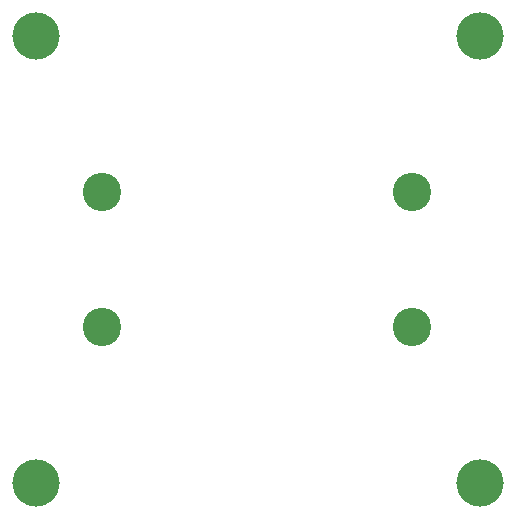
<source format=gbr>
%TF.GenerationSoftware,KiCad,Pcbnew,(6.0.5-0)*%
%TF.CreationDate,2024-08-31T21:20:14+10:00*%
%TF.ProjectId,AAInterceptor,4141496e-7465-4726-9365-70746f722e6b,rev?*%
%TF.SameCoordinates,Original*%
%TF.FileFunction,NonPlated,1,2,NPTH,Drill*%
%TF.FilePolarity,Positive*%
%FSLAX46Y46*%
G04 Gerber Fmt 4.6, Leading zero omitted, Abs format (unit mm)*
G04 Created by KiCad (PCBNEW (6.0.5-0)) date 2024-08-31 21:20:14*
%MOMM*%
%LPD*%
G01*
G04 APERTURE LIST*
%TA.AperFunction,ComponentDrill*%
%ADD10C,3.250000*%
%TD*%
%TA.AperFunction,ComponentDrill*%
%ADD11C,4.000000*%
%TD*%
G04 APERTURE END LIST*
D10*
%TO.C,J1*%
X28956000Y-32258000D03*
X28956000Y-43688000D03*
%TO.C,J3*%
X55245000Y-32258000D03*
X55245000Y-43688000D03*
D11*
%TO.C,Mount*%
X23368000Y-19050000D03*
X23368000Y-56896000D03*
X60960000Y-19050000D03*
X60960000Y-56896000D03*
M02*

</source>
